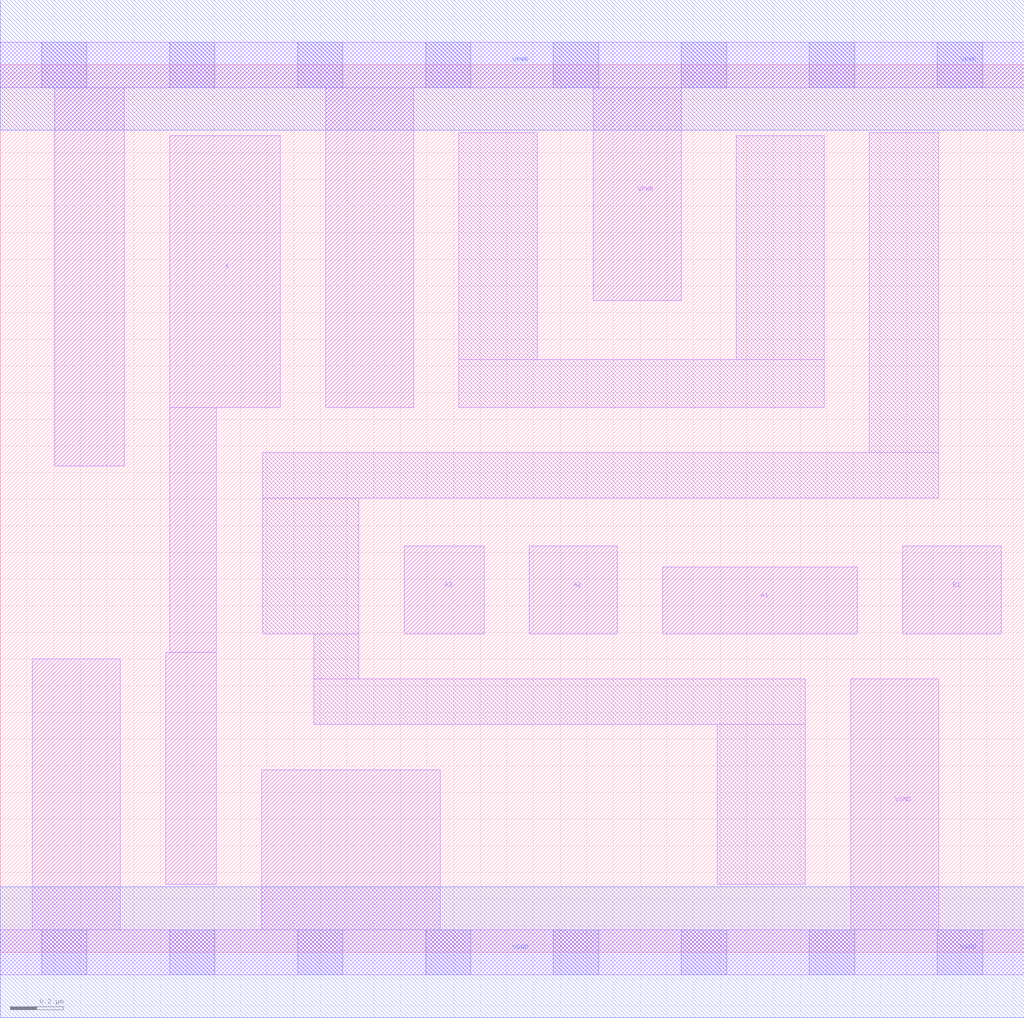
<source format=lef>
# Copyright 2020 The SkyWater PDK Authors
#
# Licensed under the Apache License, Version 2.0 (the "License");
# you may not use this file except in compliance with the License.
# You may obtain a copy of the License at
#
#     https://www.apache.org/licenses/LICENSE-2.0
#
# Unless required by applicable law or agreed to in writing, software
# distributed under the License is distributed on an "AS IS" BASIS,
# WITHOUT WARRANTIES OR CONDITIONS OF ANY KIND, either express or implied.
# See the License for the specific language governing permissions and
# limitations under the License.
#
# SPDX-License-Identifier: Apache-2.0

VERSION 5.7 ;
  NAMESCASESENSITIVE ON ;
  NOWIREEXTENSIONATPIN ON ;
  DIVIDERCHAR "/" ;
  BUSBITCHARS "[]" ;
UNITS
  DATABASE MICRONS 200 ;
END UNITS
MACRO sky130_fd_sc_lp__a31o_2
  CLASS CORE ;
  SOURCE USER ;
  FOREIGN sky130_fd_sc_lp__a31o_2 ;
  ORIGIN  0.000000  0.000000 ;
  SIZE  3.840000 BY  3.330000 ;
  SYMMETRY X Y R90 ;
  SITE unit ;
  PIN A1
    ANTENNAGATEAREA  0.315000 ;
    DIRECTION INPUT ;
    USE SIGNAL ;
    PORT
      LAYER li1 ;
        RECT 2.485000 1.195000 3.215000 1.445000 ;
    END
  END A1
  PIN A2
    ANTENNAGATEAREA  0.315000 ;
    DIRECTION INPUT ;
    USE SIGNAL ;
    PORT
      LAYER li1 ;
        RECT 1.985000 1.195000 2.315000 1.525000 ;
    END
  END A2
  PIN A3
    ANTENNAGATEAREA  0.315000 ;
    DIRECTION INPUT ;
    USE SIGNAL ;
    PORT
      LAYER li1 ;
        RECT 1.515000 1.195000 1.815000 1.525000 ;
    END
  END A3
  PIN B1
    ANTENNAGATEAREA  0.315000 ;
    DIRECTION INPUT ;
    USE SIGNAL ;
    PORT
      LAYER li1 ;
        RECT 3.385000 1.195000 3.755000 1.525000 ;
    END
  END B1
  PIN X
    ANTENNADIFFAREA  0.588000 ;
    DIRECTION OUTPUT ;
    USE SIGNAL ;
    PORT
      LAYER li1 ;
        RECT 0.620000 0.255000 0.810000 1.125000 ;
        RECT 0.635000 1.125000 0.810000 2.045000 ;
        RECT 0.635000 2.045000 1.050000 3.065000 ;
    END
  END X
  PIN VGND
    DIRECTION INOUT ;
    USE GROUND ;
    PORT
      LAYER li1 ;
        RECT 0.000000 -0.085000 3.840000 0.085000 ;
        RECT 0.120000  0.085000 0.450000 1.100000 ;
        RECT 0.980000  0.085000 1.650000 0.685000 ;
        RECT 3.190000  0.085000 3.520000 1.025000 ;
      LAYER mcon ;
        RECT 0.155000 -0.085000 0.325000 0.085000 ;
        RECT 0.635000 -0.085000 0.805000 0.085000 ;
        RECT 1.115000 -0.085000 1.285000 0.085000 ;
        RECT 1.595000 -0.085000 1.765000 0.085000 ;
        RECT 2.075000 -0.085000 2.245000 0.085000 ;
        RECT 2.555000 -0.085000 2.725000 0.085000 ;
        RECT 3.035000 -0.085000 3.205000 0.085000 ;
        RECT 3.515000 -0.085000 3.685000 0.085000 ;
      LAYER met1 ;
        RECT 0.000000 -0.245000 3.840000 0.245000 ;
    END
  END VGND
  PIN VPWR
    DIRECTION INOUT ;
    USE POWER ;
    PORT
      LAYER li1 ;
        RECT 0.000000 3.245000 3.840000 3.415000 ;
        RECT 0.205000 1.825000 0.465000 3.245000 ;
        RECT 1.220000 2.045000 1.550000 3.245000 ;
        RECT 2.225000 2.445000 2.555000 3.245000 ;
      LAYER mcon ;
        RECT 0.155000 3.245000 0.325000 3.415000 ;
        RECT 0.635000 3.245000 0.805000 3.415000 ;
        RECT 1.115000 3.245000 1.285000 3.415000 ;
        RECT 1.595000 3.245000 1.765000 3.415000 ;
        RECT 2.075000 3.245000 2.245000 3.415000 ;
        RECT 2.555000 3.245000 2.725000 3.415000 ;
        RECT 3.035000 3.245000 3.205000 3.415000 ;
        RECT 3.515000 3.245000 3.685000 3.415000 ;
      LAYER met1 ;
        RECT 0.000000 3.085000 3.840000 3.575000 ;
    END
  END VPWR
  OBS
    LAYER li1 ;
      RECT 0.985000 1.195000 1.345000 1.705000 ;
      RECT 0.985000 1.705000 3.520000 1.875000 ;
      RECT 1.175000 0.855000 3.020000 1.025000 ;
      RECT 1.175000 1.025000 1.345000 1.195000 ;
      RECT 1.720000 2.045000 3.090000 2.225000 ;
      RECT 1.720000 2.225000 2.015000 3.075000 ;
      RECT 2.690000 0.255000 3.020000 0.855000 ;
      RECT 2.760000 2.225000 3.090000 3.065000 ;
      RECT 3.260000 1.875000 3.520000 3.075000 ;
  END
END sky130_fd_sc_lp__a31o_2

</source>
